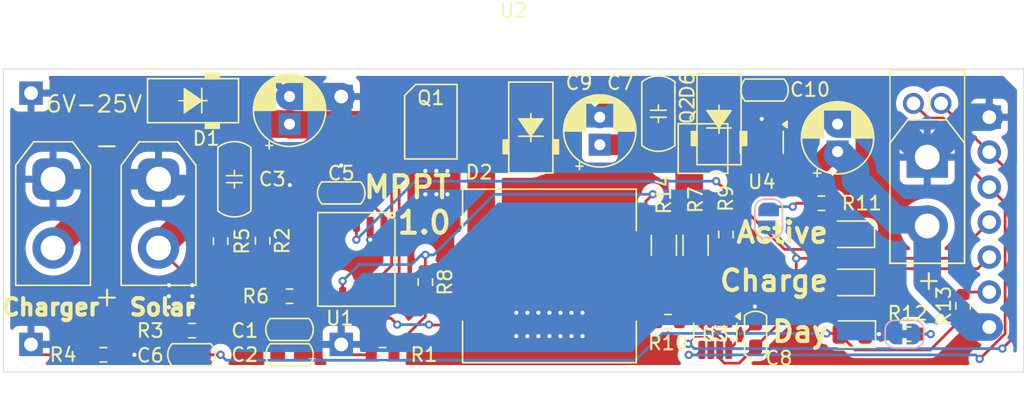
<source format=kicad_pcb>
(kicad_pcb
	(version 20241229)
	(generator "pcbnew")
	(generator_version "9.0")
	(general
		(thickness 1.6)
		(legacy_teardrops no)
	)
	(paper "A4")
	(layers
		(0 "F.Cu" signal)
		(2 "B.Cu" signal)
		(9 "F.Adhes" user "F.Adhesive")
		(11 "B.Adhes" user "B.Adhesive")
		(13 "F.Paste" user)
		(15 "B.Paste" user)
		(5 "F.SilkS" user "F.Silkscreen")
		(7 "B.SilkS" user "B.Silkscreen")
		(1 "F.Mask" user)
		(3 "B.Mask" user)
		(17 "Dwgs.User" user "User.Drawings")
		(19 "Cmts.User" user "User.Comments")
		(21 "Eco1.User" user "User.Eco1")
		(23 "Eco2.User" user "User.Eco2")
		(25 "Edge.Cuts" user)
		(27 "Margin" user)
		(31 "F.CrtYd" user "F.Courtyard")
		(29 "B.CrtYd" user "B.Courtyard")
		(35 "F.Fab" user)
		(33 "B.Fab" user)
		(39 "User.1" user)
		(41 "User.2" user)
		(43 "User.3" user)
		(45 "User.4" user)
	)
	(setup
		(pad_to_mask_clearance 0)
		(allow_soldermask_bridges_in_footprints no)
		(tenting front back)
		(pcbplotparams
			(layerselection 0x00000000_00000000_55555555_5755f5ff)
			(plot_on_all_layers_selection 0x00000000_00000000_00000000_00000000)
			(disableapertmacros no)
			(usegerberextensions no)
			(usegerberattributes yes)
			(usegerberadvancedattributes yes)
			(creategerberjobfile yes)
			(dashed_line_dash_ratio 12.000000)
			(dashed_line_gap_ratio 3.000000)
			(svgprecision 4)
			(plotframeref no)
			(mode 1)
			(useauxorigin no)
			(hpglpennumber 1)
			(hpglpenspeed 20)
			(hpglpendiameter 15.000000)
			(pdf_front_fp_property_popups yes)
			(pdf_back_fp_property_popups yes)
			(pdf_metadata yes)
			(pdf_single_document no)
			(dxfpolygonmode yes)
			(dxfimperialunits yes)
			(dxfusepcbnewfont yes)
			(psnegative no)
			(psa4output no)
			(plot_black_and_white yes)
			(sketchpadsonfab no)
			(plotpadnumbers no)
			(hidednponfab no)
			(sketchdnponfab yes)
			(crossoutdnponfab yes)
			(subtractmaskfromsilk no)
			(outputformat 1)
			(mirror no)
			(drillshape 1)
			(scaleselection 1)
			(outputdirectory "")
		)
	)
	(net 0 "")
	(net 1 "S_VIN")
	(net 2 "GND")
	(net 3 "VBAT")
	(net 4 "Net-(D2-K)")
	(net 5 "Net-(JP2-B)")
	(net 6 "Net-(D1-A)")
	(net 7 "Net-(JP1-B)")
	(net 8 "IsDay")
	(net 9 "CHRG")
	(net 10 "CHARGE")
	(net 11 "3V3")
	(net 12 "SDA")
	(net 13 "SCL")
	(net 14 "Net-(C1-Pad1)")
	(net 15 "Net-(U1-VG)")
	(net 16 "Net-(D3-A)")
	(net 17 "Net-(U4-VCAP)")
	(net 18 "Net-(D4-K)")
	(net 19 "Net-(D5-A)")
	(net 20 "Net-(Q1-G)")
	(net 21 "Net-(Q2-G)")
	(net 22 "Net-(U1-FB)")
	(net 23 "Net-(U1-MPPT)")
	(net 24 "Net-(U1-COM)")
	(net 25 "Net-(U1-CSP)")
	(net 26 "Net-(U3-IN+)")
	(net 27 "Net-(U3-IN-)")
	(net 28 "Net-(D6-A)")
	(footprint "PCM_Capacitor_SMD_Handsoldering_AKL:C_0603_1608Metric_Pad1.08x0.95mm" (layer "F.Cu") (at 115.2 18.5275))
	(footprint "Resistor_SMD:R_0603_1608Metric" (layer "F.Cu") (at 119.325 26.75))
	(footprint "LED_SMD:LED_0805_2012Metric" (layer "F.Cu") (at 121.5625 36.25 180))
	(footprint "Package_TO_SOT_SMD:SOT-23-6" (layer "F.Cu") (at 115 22.3275 -90))
	(footprint "LED_SMD:LED_0805_2012Metric" (layer "F.Cu") (at 121.5 32.5 180))
	(footprint "PCM_Diode_SMD_Handsoldering_AKL:D_SMAFL" (layer "F.Cu") (at 73.75 19.3 180))
	(footprint "PCM_Package_SO_AKL:SSOP-10_3.9x4.9mm_P1.00mm" (layer "F.Cu") (at 85.6 30.8275 -90))
	(footprint "PCM_Capacitor_SMD_Handsoldering_AKL:C_0603_1608Metric_Pad1.08x0.95mm" (layer "F.Cu") (at 80.75 37.75))
	(footprint "Resistor_SMD:R_0603_1608Metric" (layer "F.Cu") (at 108.2 35.35 180))
	(footprint "Resistor_SMD:R_0603_1608Metric" (layer "F.Cu") (at 90.6 32.475 -90))
	(footprint "Resistor_SMD:R_0603_1608Metric" (layer "F.Cu") (at 73.675 36))
	(footprint "PCM_Diode_SMD_Handsoldering_AKL:D_SMAFL" (layer "F.Cu") (at 111.9 20.65 90))
	(footprint "Package_TO_SOT_SMD:SOT-23-8" (layer "F.Cu") (at 111.625 36.2625 -90))
	(footprint "Resistor_SMD:R_0603_1608Metric" (layer "F.Cu") (at 78.8 29.475 -90))
	(footprint "Resistor_SMD:R_0603_1608Metric" (layer "F.Cu") (at 87.5 37.75 180))
	(footprint "Resistor_SMD:R_0603_1608Metric" (layer "F.Cu") (at 112.4 29.025 -90))
	(footprint "Resistor_SMD:R_1206_3216Metric" (layer "F.Cu") (at 110.2 29.8 90))
	(footprint "Inductor_SMD:L_12x12mm_H4.5mm" (layer "F.Cu") (at 99.6 32.0275))
	(footprint "Capacitor_THT:CP_Radial_D5.0mm_P2.00mm" (layer "F.Cu") (at 120.5 23 90))
	(footprint "Connector_AMASS:AMASS_XT30UPB-M_1x02_P5.0mm_Vertical" (layer "F.Cu") (at 71.25 25 -90))
	(footprint "PCM_Capacitor_SMD_Handsoldering_AKL:C_0603_1608Metric_Pad1.08x0.95mm" (layer "F.Cu") (at 80.75 35.9175))
	(footprint "Resistor_SMD:R_0603_1608Metric" (layer "F.Cu") (at 129.6 34.2 90))
	(footprint "PCM_Package_TO_SOT_SMD_AKL:SOT-23" (layer "F.Cu") (at 110.7375 22.7775))
	(footprint "MPPT:MPPT" (layer "F.Cu") (at 97 13.25))
	(footprint "Capacitor_THT:CP_Radial_D5.0mm_P2.00mm" (layer "F.Cu") (at 103.25 22.5 90))
	(footprint "PCM_Capacitor_SMD_Handsoldering_AKL:C_0603_1608Metric_Pad1.08x0.95mm" (layer "F.Cu") (at 114.55 36.3125 -90))
	(footprint "PCM_Diode_SMD_Handsoldering_AKL:D_SMAFL" (layer "F.Cu") (at 98.25 21.25 90))
	(footprint "LED_SMD:LED_0805_2012Metric" (layer "F.Cu") (at 121.5 29 180))
	(footprint "Resistor_SMD:R_0603_1608Metric" (layer "F.Cu") (at 67.25 37.75 180))
	(footprint "PCM_Capacitor_SMD_Handsoldering_AKL:C_1206_3216Metric_Pad1.33x1.80mm"
		(layer "F.Cu")
		(uuid "972922fc-b843-4f1c-8838-a25c122bcab8")
		(at 107.5 20.25 90)
		(descr "Capacitor SMD 1206 (3216 Metric), square (rectangular) end
... [683019 chars truncated]
</source>
